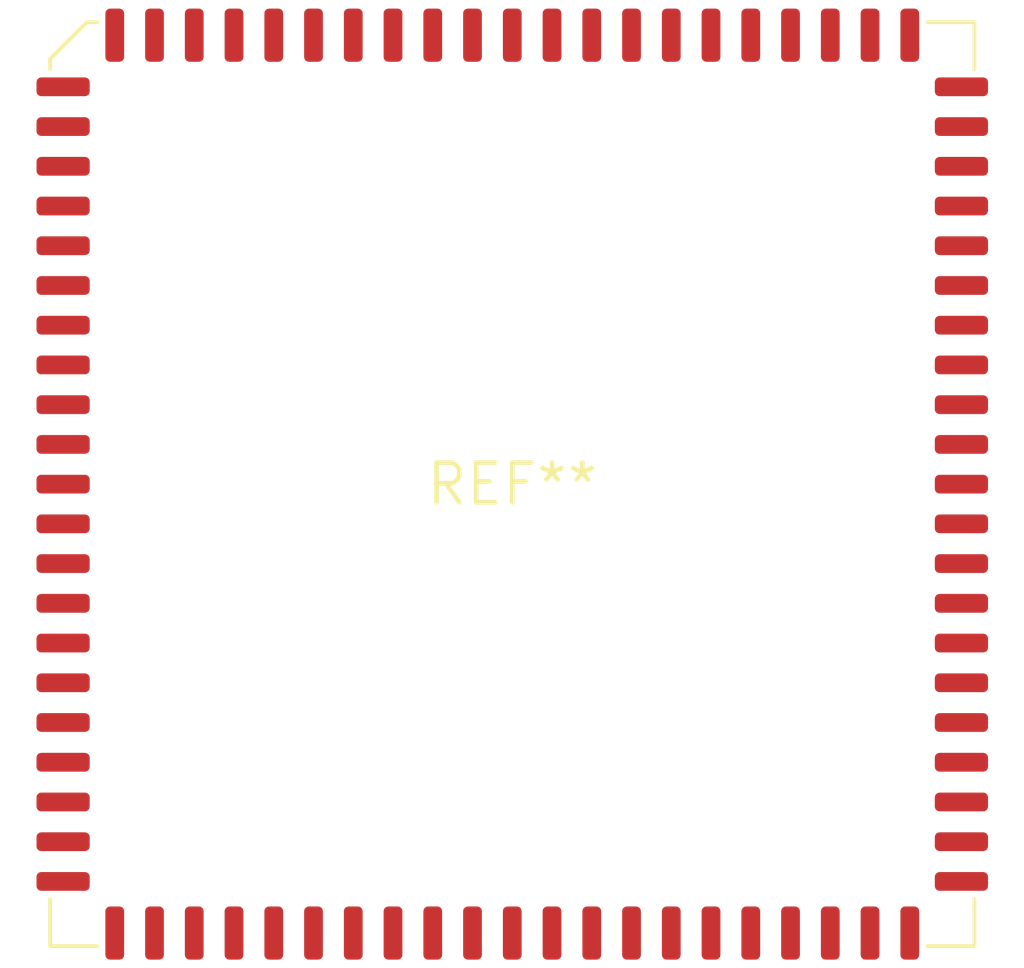
<source format=kicad_pcb>
(kicad_pcb (version 20240108) (generator pcbnew)
  (layers (0 "F.Cu" signal) (31 "B.Cu" signal) (34 "B.Paste" user) (35 "F.Paste" user) (36 "B.SilkS" user "B.Silkscreen") (37 "F.SilkS" user "F.Silkscreen") (38 "B.Mask" user) (39 "F.Mask" user) (44 "Edge.Cuts" user))
  (net 0 "")
  (footprint "PLCC-84_29.3x29.3mm_P1.27mm" (layer "F.Cu") (at 0 0)
    (property "Reference" "REF**")
    (property "Value" "PLCC-84_29.3x29.3mm_P1.27mm")
    (fp_line (start -14.7658 -13.590582) (end -14.7658 -13.26) (layer "F.SilkS") (stroke (width 0.12)))
    (fp_line (start -14.7658 14.7658) (end -14.7658 13.26) (layer "F.SilkS") (stroke (width 0.12)))
    (fp_line (start -13.590582 -14.7658) (end -14.7658 -13.590582) (layer "F.SilkS") (stroke (width 0.12)))
    (fp_line (start -13.26 -14.7658) (end -13.590582 -14.7658) (layer "F.SilkS") (stroke (width 0.12)))
    (fp_line (start -13.26 14.7658) (end -14.7658 14.7658) (layer "F.SilkS") (stroke (width 0.12)))
    (fp_line (start 13.26 -14.7658) (end 14.7658 -14.7658) (layer "F.SilkS") (stroke (width 0.12)))
    (fp_line (start 13.26 14.7658) (end 14.7658 14.7658) (layer "F.SilkS") (stroke (width 0.12)))
    (fp_line (start 14.7658 -14.7658) (end 14.7658 -13.26) (layer "F.SilkS") (stroke (width 0.12)))
    (fp_line (start 14.7658 14.7658) (end 14.7658 13.26) (layer "F.SilkS") (stroke (width 0.12)))
    (pad "1" smd roundrect (at 0 -14.35) (size 0.6 1.7) (layers "F.Cu" "F.Paste" "F.Mask"))
    (pad "2" smd roundrect (at -1.27 -14.35) (size 0.6 1.7) (layers "F.Cu" "F.Paste" "F.Mask"))
    (pad "3" smd roundrect (at -2.54 -14.35) (size 0.6 1.7) (layers "F.Cu" "F.Paste" "F.Mask"))
    (pad "4" smd roundrect (at -3.81 -14.35) (size 0.6 1.7) (layers "F.Cu" "F.Paste" "F.Mask"))
    (pad "5" smd roundrect (at -5.08 -14.35) (size 0.6 1.7) (layers "F.Cu" "F.Paste" "F.Mask"))
    (pad "6" smd roundrect (at -6.35 -14.35) (size 0.6 1.7) (layers "F.Cu" "F.Paste" "F.Mask"))
    (pad "7" smd roundrect (at -7.62 -14.35) (size 0.6 1.7) (layers "F.Cu" "F.Paste" "F.Mask"))
    (pad "8" smd roundrect (at -8.89 -14.35) (size 0.6 1.7) (layers "F.Cu" "F.Paste" "F.Mask"))
    (pad "9" smd roundrect (at -10.16 -14.35) (size 0.6 1.7) (layers "F.Cu" "F.Paste" "F.Mask"))
    (pad "10" smd roundrect (at -11.43 -14.35) (size 0.6 1.7) (layers "F.Cu" "F.Paste" "F.Mask"))
    (pad "11" smd roundrect (at -12.7 -14.35) (size 0.6 1.7) (layers "F.Cu" "F.Paste" "F.Mask"))
    (pad "12" smd roundrect (at -14.35 -12.7) (size 1.7 0.6) (layers "F.Cu" "F.Paste" "F.Mask"))
    (pad "13" smd roundrect (at -14.35 -11.43) (size 1.7 0.6) (layers "F.Cu" "F.Paste" "F.Mask"))
    (pad "14" smd roundrect (at -14.35 -10.16) (size 1.7 0.6) (layers "F.Cu" "F.Paste" "F.Mask"))
    (pad "15" smd roundrect (at -14.35 -8.89) (size 1.7 0.6) (layers "F.Cu" "F.Paste" "F.Mask"))
    (pad "16" smd roundrect (at -14.35 -7.62) (size 1.7 0.6) (layers "F.Cu" "F.Paste" "F.Mask"))
    (pad "17" smd roundrect (at -14.35 -6.35) (size 1.7 0.6) (layers "F.Cu" "F.Paste" "F.Mask"))
    (pad "18" smd roundrect (at -14.35 -5.08) (size 1.7 0.6) (layers "F.Cu" "F.Paste" "F.Mask"))
    (pad "19" smd roundrect (at -14.35 -3.81) (size 1.7 0.6) (layers "F.Cu" "F.Paste" "F.Mask"))
    (pad "20" smd roundrect (at -14.35 -2.54) (size 1.7 0.6) (layers "F.Cu" "F.Paste" "F.Mask"))
    (pad "21" smd roundrect (at -14.35 -1.27) (size 1.7 0.6) (layers "F.Cu" "F.Paste" "F.Mask"))
    (pad "22" smd roundrect (at -14.35 0) (size 1.7 0.6) (layers "F.Cu" "F.Paste" "F.Mask"))
    (pad "23" smd roundrect (at -14.35 1.27) (size 1.7 0.6) (layers "F.Cu" "F.Paste" "F.Mask"))
    (pad "24" smd roundrect (at -14.35 2.54) (size 1.7 0.6) (layers "F.Cu" "F.Paste" "F.Mask"))
    (pad "25" smd roundrect (at -14.35 3.81) (size 1.7 0.6) (layers "F.Cu" "F.Paste" "F.Mask"))
    (pad "26" smd roundrect (at -14.35 5.08) (size 1.7 0.6) (layers "F.Cu" "F.Paste" "F.Mask"))
    (pad "27" smd roundrect (at -14.35 6.35) (size 1.7 0.6) (layers "F.Cu" "F.Paste" "F.Mask"))
    (pad "28" smd roundrect (at -14.35 7.62) (size 1.7 0.6) (layers "F.Cu" "F.Paste" "F.Mask"))
    (pad "29" smd roundrect (at -14.35 8.89) (size 1.7 0.6) (layers "F.Cu" "F.Paste" "F.Mask"))
    (pad "30" smd roundrect (at -14.35 10.16) (size 1.7 0.6) (layers "F.Cu" "F.Paste" "F.Mask"))
    (pad "31" smd roundrect (at -14.35 11.43) (size 1.7 0.6) (layers "F.Cu" "F.Paste" "F.Mask"))
    (pad "32" smd roundrect (at -14.35 12.7) (size 1.7 0.6) (layers "F.Cu" "F.Paste" "F.Mask"))
    (pad "33" smd roundrect (at -12.7 14.35) (size 0.6 1.7) (layers "F.Cu" "F.Paste" "F.Mask"))
    (pad "34" smd roundrect (at -11.43 14.35) (size 0.6 1.7) (layers "F.Cu" "F.Paste" "F.Mask"))
    (pad "35" smd roundrect (at -10.16 14.35) (size 0.6 1.7) (layers "F.Cu" "F.Paste" "F.Mask"))
    (pad "36" smd roundrect (at -8.89 14.35) (size 0.6 1.7) (layers "F.Cu" "F.Paste" "F.Mask"))
    (pad "37" smd roundrect (at -7.62 14.35) (size 0.6 1.7) (layers "F.Cu" "F.Paste" "F.Mask"))
    (pad "38" smd roundrect (at -6.35 14.35) (size 0.6 1.7) (layers "F.Cu" "F.Paste" "F.Mask"))
    (pad "39" smd roundrect (at -5.08 14.35) (size 0.6 1.7) (layers "F.Cu" "F.Paste" "F.Mask"))
    (pad "40" smd roundrect (at -3.81 14.35) (size 0.6 1.7) (layers "F.Cu" "F.Paste" "F.Mask"))
    (pad "41" smd roundrect (at -2.54 14.35) (size 0.6 1.7) (layers "F.Cu" "F.Paste" "F.Mask"))
    (pad "42" smd roundrect (at -1.27 14.35) (size 0.6 1.7) (layers "F.Cu" "F.Paste" "F.Mask"))
    (pad "43" smd roundrect (at 0 14.35) (size 0.6 1.7) (layers "F.Cu" "F.Paste" "F.Mask"))
    (pad "44" smd roundrect (at 1.27 14.35) (size 0.6 1.7) (layers "F.Cu" "F.Paste" "F.Mask"))
    (pad "45" smd roundrect (at 2.54 14.35) (size 0.6 1.7) (layers "F.Cu" "F.Paste" "F.Mask"))
    (pad "46" smd roundrect (at 3.81 14.35) (size 0.6 1.7) (layers "F.Cu" "F.Paste" "F.Mask"))
    (pad "47" smd roundrect (at 5.08 14.35) (size 0.6 1.7) (layers "F.Cu" "F.Paste" "F.Mask"))
    (pad "48" smd roundrect (at 6.35 14.35) (size 0.6 1.7) (layers "F.Cu" "F.Paste" "F.Mask"))
    (pad "49" smd roundrect (at 7.62 14.35) (size 0.6 1.7) (layers "F.Cu" "F.Paste" "F.Mask"))
    (pad "50" smd roundrect (at 8.89 14.35) (size 0.6 1.7) (layers "F.Cu" "F.Paste" "F.Mask"))
    (pad "51" smd roundrect (at 10.16 14.35) (size 0.6 1.7) (layers "F.Cu" "F.Paste" "F.Mask"))
    (pad "52" smd roundrect (at 11.43 14.35) (size 0.6 1.7) (layers "F.Cu" "F.Paste" "F.Mask"))
    (pad "53" smd roundrect (at 12.7 14.35) (size 0.6 1.7) (layers "F.Cu" "F.Paste" "F.Mask"))
    (pad "54" smd roundrect (at 14.35 12.7) (size 1.7 0.6) (layers "F.Cu" "F.Paste" "F.Mask"))
    (pad "55" smd roundrect (at 14.35 11.43) (size 1.7 0.6) (layers "F.Cu" "F.Paste" "F.Mask"))
    (pad "56" smd roundrect (at 14.35 10.16) (size 1.7 0.6) (layers "F.Cu" "F.Paste" "F.Mask"))
    (pad "57" smd roundrect (at 14.35 8.89) (size 1.7 0.6) (layers "F.Cu" "F.Paste" "F.Mask"))
    (pad "58" smd roundrect (at 14.35 7.62) (size 1.7 0.6) (layers "F.Cu" "F.Paste" "F.Mask"))
    (pad "59" smd roundrect (at 14.35 6.35) (size 1.7 0.6) (layers "F.Cu" "F.Paste" "F.Mask"))
    (pad "60" smd roundrect (at 14.35 5.08) (size 1.7 0.6) (layers "F.Cu" "F.Paste" "F.Mask"))
    (pad "61" smd roundrect (at 14.35 3.81) (size 1.7 0.6) (layers "F.Cu" "F.Paste" "F.Mask"))
    (pad "62" smd roundrect (at 14.35 2.54) (size 1.7 0.6) (layers "F.Cu" "F.Paste" "F.Mask"))
    (pad "63" smd roundrect (at 14.35 1.27) (size 1.7 0.6) (layers "F.Cu" "F.Paste" "F.Mask"))
    (pad "64" smd roundrect (at 14.35 0) (size 1.7 0.6) (layers "F.Cu" "F.Paste" "F.Mask"))
    (pad "65" smd roundrect (at 14.35 -1.27) (size 1.7 0.6) (layers "F.Cu" "F.Paste" "F.Mask"))
    (pad "66" smd roundrect (at 14.35 -2.54) (size 1.7 0.6) (layers "F.Cu" "F.Paste" "F.Mask"))
    (pad "67" smd roundrect (at 14.35 -3.81) (size 1.7 0.6) (layers "F.Cu" "F.Paste" "F.Mask"))
    (pad "68" smd roundrect (at 14.35 -5.08) (size 1.7 0.6) (layers "F.Cu" "F.Paste" "F.Mask"))
    (pad "69" smd roundrect (at 14.35 -6.35) (size 1.7 0.6) (layers "F.Cu" "F.Paste" "F.Mask"))
    (pad "70" smd roundrect (at 14.35 -7.62) (size 1.7 0.6) (layers "F.Cu" "F.Paste" "F.Mask"))
    (pad "71" smd roundrect (at 14.35 -8.89) (size 1.7 0.6) (layers "F.Cu" "F.Paste" "F.Mask"))
    (pad "72" smd roundrect (at 14.35 -10.16) (size 1.7 0.6) (layers "F.Cu" "F.Paste" "F.Mask"))
    (pad "73" smd roundrect (at 14.35 -11.43) (size 1.7 0.6) (layers "F.Cu" "F.Paste" "F.Mask"))
    (pad "74" smd roundrect (at 14.35 -12.7) (size 1.7 0.6) (layers "F.Cu" "F.Paste" "F.Mask"))
    (pad "75" smd roundrect (at 12.7 -14.35) (size 0.6 1.7) (layers "F.Cu" "F.Paste" "F.Mask"))
    (pad "76" smd roundrect (at 11.43 -14.35) (size 0.6 1.7) (layers "F.Cu" "F.Paste" "F.Mask"))
    (pad "77" smd roundrect (at 10.16 -14.35) (size 0.6 1.7) (layers "F.Cu" "F.Paste" "F.Mask"))
    (pad "78" smd roundrect (at 8.89 -14.35) (size 0.6 1.7) (layers "F.Cu" "F.Paste" "F.Mask"))
    (pad "79" smd roundrect (at 7.62 -14.35) (size 0.6 1.7) (layers "F.Cu" "F.Paste" "F.Mask"))
    (pad "80" smd roundrect (at 6.35 -14.35) (size 0.6 1.7) (layers "F.Cu" "F.Paste" "F.Mask"))
    (pad "81" smd roundrect (at 5.08 -14.35) (size 0.6 1.7) (layers "F.Cu" "F.Paste" "F.Mask"))
    (pad "82" smd roundrect (at 3.81 -14.35) (size 0.6 1.7) (layers "F.Cu" "F.Paste" "F.Mask"))
    (pad "83" smd roundrect (at 2.54 -14.35) (size 0.6 1.7) (layers "F.Cu" "F.Paste" "F.Mask"))
    (pad "84" smd roundrect (at 1.27 -14.35) (size 0.6 1.7) (layers "F.Cu" "F.Paste" "F.Mask"))
  )
)
</source>
